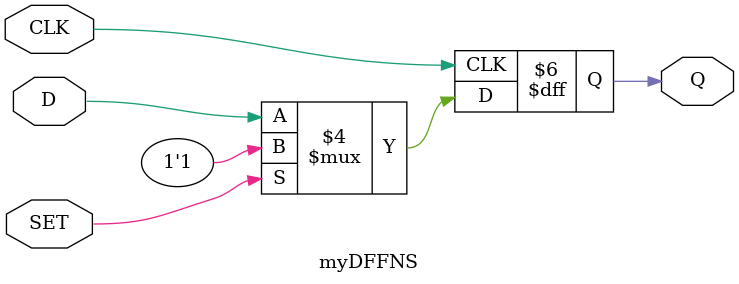
<source format=v>
module myDFFNS (output reg Q, input D, CLK, SET);
	parameter [0:0] INIT = 1'b1;
	initial Q = INIT;
	always @(negedge CLK) begin
		if (SET)
			Q <= 1'b1;
		else
			Q <= D;
	end
endmodule
</source>
